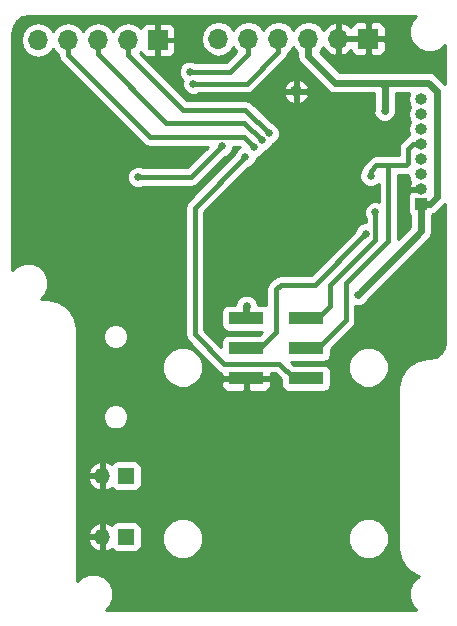
<source format=gbl>
G04 #@! TF.FileFunction,Copper,L2,Bot,Signal*
%FSLAX46Y46*%
G04 Gerber Fmt 4.6, Leading zero omitted, Abs format (unit mm)*
G04 Created by KiCad (PCBNEW 4.0.4-stable) date Wednesday, September 27, 2017 'PMt' 07:18:26 PM*
%MOMM*%
%LPD*%
G01*
G04 APERTURE LIST*
%ADD10C,0.100000*%
%ADD11R,3.000000X1.000000*%
%ADD12R,1.000000X1.000000*%
%ADD13O,1.000000X1.000000*%
%ADD14R,1.700000X1.700000*%
%ADD15O,1.700000X1.700000*%
%ADD16R,1.350000X1.350000*%
%ADD17O,1.350000X1.350000*%
%ADD18C,0.650000*%
%ADD19C,0.400000*%
%ADD20C,0.600000*%
%ADD21C,0.406400*%
%ADD22C,0.250000*%
G04 APERTURE END LIST*
D10*
D11*
X160480000Y-121960000D03*
X165520000Y-121960000D03*
X160480000Y-124500000D03*
X165520000Y-124500000D03*
X160480000Y-127040000D03*
X165520000Y-127040000D03*
D12*
X175300000Y-112290000D03*
D13*
X175300000Y-111020000D03*
X175300000Y-109750000D03*
X175300000Y-108480000D03*
X175300000Y-107210000D03*
X175300000Y-105940000D03*
X175300000Y-104670000D03*
X175300000Y-103400000D03*
X164700000Y-102745000D03*
D14*
X153000000Y-98400000D03*
D15*
X150460000Y-98400000D03*
X147920000Y-98400000D03*
X145380000Y-98400000D03*
X142840000Y-98400000D03*
D14*
X170800000Y-98300000D03*
D15*
X168260000Y-98300000D03*
X165720000Y-98300000D03*
X163180000Y-98300000D03*
X160640000Y-98300000D03*
X158100000Y-98300000D03*
D16*
X150300000Y-135300000D03*
D17*
X148300000Y-135300000D03*
D16*
X150300000Y-140462000D03*
D17*
X148300000Y-140462000D03*
D18*
X169700000Y-105100000D03*
X167600000Y-106300000D03*
X150300000Y-120700000D03*
X154000000Y-117500000D03*
X148400000Y-118100000D03*
X147100000Y-110000000D03*
X160500000Y-117200000D03*
X146200000Y-113500000D03*
X160400000Y-108300000D03*
X172200000Y-104400000D03*
X160500000Y-120900000D03*
X169900000Y-120000000D03*
X151300000Y-110000000D03*
X158400000Y-107400000D03*
X161145875Y-107445088D03*
X161798958Y-106901042D03*
X162400000Y-106300000D03*
X171000000Y-109900000D03*
X170600000Y-114800000D03*
X171385084Y-112985084D03*
X155700000Y-101100000D03*
X156000000Y-102100000D03*
D19*
X165520000Y-127040000D02*
X164520000Y-127040000D01*
X164520000Y-127040000D02*
X163280000Y-125800000D01*
X163280000Y-125800000D02*
X158600000Y-125800000D01*
X158600000Y-125800000D02*
X156100000Y-123300000D01*
X156100000Y-123300000D02*
X156100000Y-112600000D01*
X156100000Y-112600000D02*
X160400000Y-108300000D01*
D20*
X175300000Y-112290000D02*
X176010000Y-112290000D01*
X176600000Y-102700000D02*
X175900000Y-102000000D01*
X176010000Y-112290000D02*
X176600000Y-111700000D01*
X176600000Y-111700000D02*
X176600000Y-102700000D01*
X175900000Y-102000000D02*
X171900000Y-102000000D01*
X169900000Y-120000000D02*
X175300000Y-114600000D01*
X175300000Y-114600000D02*
X175300000Y-112290000D01*
X165735000Y-98400000D02*
X165735000Y-99735000D01*
X165735000Y-99735000D02*
X168000000Y-102000000D01*
X168000000Y-102000000D02*
X171900000Y-102000000D01*
X171900000Y-102000000D02*
X172200000Y-102300000D01*
X172200000Y-102300000D02*
X172200000Y-104400000D01*
X160480000Y-121960000D02*
X160480000Y-120920000D01*
X160480000Y-120920000D02*
X160500000Y-120900000D01*
D19*
X158400000Y-107400000D02*
X155800000Y-110000000D01*
X155800000Y-110000000D02*
X151300000Y-110000000D01*
X145380000Y-98400000D02*
X145380000Y-99680000D01*
X145380000Y-99680000D02*
X152300000Y-106600000D01*
X152300000Y-106600000D02*
X160300787Y-106600000D01*
X160300787Y-106600000D02*
X161145875Y-107445088D01*
X147920000Y-98400000D02*
X147920000Y-99620000D01*
X147920000Y-99620000D02*
X153700000Y-105400000D01*
X153700000Y-105400000D02*
X160297916Y-105400000D01*
X160297916Y-105400000D02*
X161798958Y-106901042D01*
X150460000Y-98400000D02*
X150460000Y-99660000D01*
X150460000Y-99660000D02*
X155100000Y-104300000D01*
X155100000Y-104300000D02*
X160400000Y-104300000D01*
X160400000Y-104300000D02*
X162400000Y-106300000D01*
D21*
X175387000Y-109855000D02*
X175133000Y-109855000D01*
D19*
X165520000Y-124500000D02*
X166520000Y-124500000D01*
X172500000Y-115400000D02*
X172500000Y-109000000D01*
X166520000Y-124500000D02*
X168900000Y-122120000D01*
X168900000Y-122120000D02*
X168900000Y-119000000D01*
X168900000Y-119000000D02*
X172500000Y-115400000D01*
X171000000Y-109500000D02*
X171000000Y-109900000D01*
X171000000Y-109500000D02*
X171500000Y-109000000D01*
X171500000Y-109000000D02*
X172500000Y-109000000D01*
X174000000Y-109000000D02*
X172500000Y-109000000D01*
X174200000Y-108800000D02*
X174000000Y-109000000D01*
X174200000Y-107602894D02*
X174200000Y-108800000D01*
X175300000Y-107210000D02*
X174592894Y-107210000D01*
X174592894Y-107210000D02*
X174200000Y-107602894D01*
X170197798Y-115202202D02*
X170600000Y-114800000D01*
X163000000Y-119500000D02*
X163000000Y-123100000D01*
X170197798Y-115202202D02*
X166300000Y-119100000D01*
X163000000Y-123100000D02*
X161600000Y-124500000D01*
X161600000Y-124500000D02*
X160480000Y-124500000D01*
X166300000Y-119100000D02*
X163400000Y-119100000D01*
X163400000Y-119100000D02*
X163000000Y-119500000D01*
X171385084Y-112985084D02*
X171400000Y-113000000D01*
X171400000Y-113000000D02*
X171400000Y-115300000D01*
X171400000Y-115300000D02*
X167600000Y-119100000D01*
X167600000Y-119100000D02*
X167600000Y-120880000D01*
X167600000Y-120880000D02*
X166520000Y-121960000D01*
X166520000Y-121960000D02*
X165520000Y-121960000D01*
X160640000Y-98300000D02*
X160600000Y-98340000D01*
X160600000Y-98340000D02*
X160600000Y-99600000D01*
X160600000Y-99600000D02*
X159100000Y-101100000D01*
X159100000Y-101100000D02*
X155700000Y-101100000D01*
X163180000Y-98300000D02*
X163180000Y-99420000D01*
X163180000Y-99420000D02*
X160500000Y-102100000D01*
X160500000Y-102100000D02*
X159495000Y-102100000D01*
X159495000Y-102100000D02*
X156000000Y-102100000D01*
D22*
G36*
X174538469Y-96721590D02*
X174275300Y-97355371D01*
X174274701Y-98041618D01*
X174536763Y-98675858D01*
X175021590Y-99161531D01*
X175655371Y-99424700D01*
X176341618Y-99425299D01*
X176975858Y-99163237D01*
X177325000Y-98814703D01*
X177325000Y-102152074D01*
X177254074Y-102045926D01*
X177254071Y-102045924D01*
X176554074Y-101345926D01*
X176253983Y-101145411D01*
X175900000Y-101075000D01*
X168383148Y-101075000D01*
X166713255Y-99405107D01*
X166762983Y-99371880D01*
X166999085Y-99018527D01*
X167072185Y-99174497D01*
X167497258Y-99562487D01*
X167906628Y-99732045D01*
X168135000Y-99612812D01*
X168135000Y-98425000D01*
X168385000Y-98425000D01*
X168385000Y-99612812D01*
X168613372Y-99732045D01*
X169022742Y-99562487D01*
X169328690Y-99283229D01*
X169420150Y-99504034D01*
X169595966Y-99679849D01*
X169825680Y-99775000D01*
X170518750Y-99775000D01*
X170675000Y-99618750D01*
X170675000Y-98425000D01*
X170925000Y-98425000D01*
X170925000Y-99618750D01*
X171081250Y-99775000D01*
X171774320Y-99775000D01*
X172004034Y-99679849D01*
X172179850Y-99504034D01*
X172275000Y-99274320D01*
X172275000Y-98581250D01*
X172118750Y-98425000D01*
X170925000Y-98425000D01*
X170675000Y-98425000D01*
X168385000Y-98425000D01*
X168135000Y-98425000D01*
X168115000Y-98425000D01*
X168115000Y-98175000D01*
X168135000Y-98175000D01*
X168135000Y-96987188D01*
X168385000Y-96987188D01*
X168385000Y-98175000D01*
X170675000Y-98175000D01*
X170675000Y-96981250D01*
X170925000Y-96981250D01*
X170925000Y-98175000D01*
X172118750Y-98175000D01*
X172275000Y-98018750D01*
X172275000Y-97325680D01*
X172179850Y-97095966D01*
X172004034Y-96920151D01*
X171774320Y-96825000D01*
X171081250Y-96825000D01*
X170925000Y-96981250D01*
X170675000Y-96981250D01*
X170518750Y-96825000D01*
X169825680Y-96825000D01*
X169595966Y-96920151D01*
X169420150Y-97095966D01*
X169328690Y-97316771D01*
X169022742Y-97037513D01*
X168613372Y-96867955D01*
X168385000Y-96987188D01*
X168135000Y-96987188D01*
X167906628Y-96867955D01*
X167497258Y-97037513D01*
X167072185Y-97425503D01*
X166999085Y-97581473D01*
X166762983Y-97228120D01*
X166284458Y-96908381D01*
X165720000Y-96796103D01*
X165155542Y-96908381D01*
X164677017Y-97228120D01*
X164450000Y-97567876D01*
X164222983Y-97228120D01*
X163744458Y-96908381D01*
X163180000Y-96796103D01*
X162615542Y-96908381D01*
X162137017Y-97228120D01*
X161910000Y-97567876D01*
X161682983Y-97228120D01*
X161204458Y-96908381D01*
X160640000Y-96796103D01*
X160075542Y-96908381D01*
X159597017Y-97228120D01*
X159370000Y-97567876D01*
X159142983Y-97228120D01*
X158664458Y-96908381D01*
X158100000Y-96796103D01*
X157535542Y-96908381D01*
X157057017Y-97228120D01*
X156737278Y-97706645D01*
X156625000Y-98271103D01*
X156625000Y-98328897D01*
X156737278Y-98893355D01*
X157057017Y-99371880D01*
X157535542Y-99691619D01*
X158100000Y-99803897D01*
X158664458Y-99691619D01*
X159142983Y-99371880D01*
X159370000Y-99032124D01*
X159597017Y-99371880D01*
X159635608Y-99397666D01*
X158758274Y-100275000D01*
X156190433Y-100275000D01*
X155889796Y-100150165D01*
X155511862Y-100149835D01*
X155162571Y-100294159D01*
X154895098Y-100561165D01*
X154750165Y-100910204D01*
X154749835Y-101288138D01*
X154894159Y-101637429D01*
X155084328Y-101827930D01*
X155050165Y-101910204D01*
X155049835Y-102288138D01*
X155194159Y-102637429D01*
X155461165Y-102904902D01*
X155810204Y-103049835D01*
X156188138Y-103050165D01*
X156204607Y-103043360D01*
X163615285Y-103043360D01*
X163722008Y-103301045D01*
X164009242Y-103632980D01*
X164401638Y-103829728D01*
X164575000Y-103706797D01*
X164575000Y-102870000D01*
X164825000Y-102870000D01*
X164825000Y-103706797D01*
X164998362Y-103829728D01*
X165390758Y-103632980D01*
X165677992Y-103301045D01*
X165784715Y-103043360D01*
X165660652Y-102870000D01*
X164825000Y-102870000D01*
X164575000Y-102870000D01*
X163739348Y-102870000D01*
X163615285Y-103043360D01*
X156204607Y-103043360D01*
X156491061Y-102925000D01*
X160500000Y-102925000D01*
X160815714Y-102862201D01*
X161083363Y-102683363D01*
X161320086Y-102446640D01*
X163615285Y-102446640D01*
X163739348Y-102620000D01*
X164575000Y-102620000D01*
X164575000Y-101783203D01*
X164825000Y-101783203D01*
X164825000Y-102620000D01*
X165660652Y-102620000D01*
X165784715Y-102446640D01*
X165677992Y-102188955D01*
X165390758Y-101857020D01*
X164998362Y-101660272D01*
X164825000Y-101783203D01*
X164575000Y-101783203D01*
X164401638Y-101660272D01*
X164009242Y-101857020D01*
X163722008Y-102188955D01*
X163615285Y-102446640D01*
X161320086Y-102446640D01*
X163763363Y-100003363D01*
X163942201Y-99735714D01*
X163982626Y-99532481D01*
X164222983Y-99371880D01*
X164450000Y-99032124D01*
X164677017Y-99371880D01*
X164810000Y-99460736D01*
X164810000Y-99735000D01*
X164880411Y-100088983D01*
X165080926Y-100389074D01*
X167345926Y-102654074D01*
X167646018Y-102854589D01*
X168000000Y-102925001D01*
X168000005Y-102925000D01*
X171275000Y-102925000D01*
X171275000Y-104150394D01*
X171250165Y-104210204D01*
X171249835Y-104588138D01*
X171394159Y-104937429D01*
X171661165Y-105204902D01*
X172010204Y-105349835D01*
X172388138Y-105350165D01*
X172737429Y-105205841D01*
X173004902Y-104938835D01*
X173149835Y-104589796D01*
X173150165Y-104211862D01*
X173125000Y-104150958D01*
X173125000Y-102925000D01*
X174268317Y-102925000D01*
X174238596Y-102969481D01*
X174152960Y-103400000D01*
X174238596Y-103830519D01*
X174375226Y-104035000D01*
X174238596Y-104239481D01*
X174152960Y-104670000D01*
X174238596Y-105100519D01*
X174375226Y-105305000D01*
X174238596Y-105509481D01*
X174152960Y-105940000D01*
X174238596Y-106370519D01*
X174288702Y-106445507D01*
X174277180Y-106447799D01*
X174009531Y-106626637D01*
X173616637Y-107019531D01*
X173437799Y-107287180D01*
X173375000Y-107602894D01*
X173375000Y-108175000D01*
X171500000Y-108175000D01*
X171184286Y-108237799D01*
X170916637Y-108416637D01*
X170416637Y-108916637D01*
X170237799Y-109184286D01*
X170204478Y-109351801D01*
X170195098Y-109361165D01*
X170050165Y-109710204D01*
X170049835Y-110088138D01*
X170194159Y-110437429D01*
X170461165Y-110704902D01*
X170810204Y-110849835D01*
X171188138Y-110850165D01*
X171537429Y-110705841D01*
X171675000Y-110568510D01*
X171675000Y-112076822D01*
X171574880Y-112035249D01*
X171196946Y-112034919D01*
X170847655Y-112179243D01*
X170580182Y-112446249D01*
X170435249Y-112795288D01*
X170434919Y-113173222D01*
X170575000Y-113512244D01*
X170575000Y-113849977D01*
X170411862Y-113849835D01*
X170062571Y-113994159D01*
X169795098Y-114261165D01*
X169669405Y-114563869D01*
X165958274Y-118275000D01*
X163400000Y-118275000D01*
X163084286Y-118337799D01*
X162816637Y-118516637D01*
X162416637Y-118916637D01*
X162237799Y-119184286D01*
X162175000Y-119500000D01*
X162175000Y-120862245D01*
X161980000Y-120822756D01*
X161450068Y-120822756D01*
X161450165Y-120711862D01*
X161305841Y-120362571D01*
X161038835Y-120095098D01*
X160689796Y-119950165D01*
X160311862Y-119949835D01*
X159962571Y-120094159D01*
X159695098Y-120361165D01*
X159550165Y-120710204D01*
X159550067Y-120822756D01*
X158980000Y-120822756D01*
X158748389Y-120866337D01*
X158535668Y-121003219D01*
X158392962Y-121212076D01*
X158342756Y-121460000D01*
X158342756Y-122460000D01*
X158386337Y-122691611D01*
X158523219Y-122904332D01*
X158732076Y-123047038D01*
X158980000Y-123097244D01*
X161836030Y-123097244D01*
X161570518Y-123362756D01*
X158980000Y-123362756D01*
X158748389Y-123406337D01*
X158535668Y-123543219D01*
X158392962Y-123752076D01*
X158342756Y-124000000D01*
X158342756Y-124376030D01*
X156925000Y-122958274D01*
X156925000Y-112941726D01*
X160636575Y-109230151D01*
X160937429Y-109105841D01*
X161204902Y-108838835D01*
X161349835Y-108489796D01*
X161349923Y-108388679D01*
X161683304Y-108250929D01*
X161950777Y-107983923D01*
X162009777Y-107841836D01*
X162336387Y-107706883D01*
X162603860Y-107439877D01*
X162702206Y-107203033D01*
X162937429Y-107105841D01*
X163204902Y-106838835D01*
X163349835Y-106489796D01*
X163350165Y-106111862D01*
X163205841Y-105762571D01*
X162938835Y-105495098D01*
X162636131Y-105369405D01*
X160983363Y-103716637D01*
X160715714Y-103537799D01*
X160400000Y-103475000D01*
X155441726Y-103475000D01*
X151464392Y-99497666D01*
X151502983Y-99471880D01*
X151541521Y-99414204D01*
X151620150Y-99604034D01*
X151795966Y-99779849D01*
X152025680Y-99875000D01*
X152718750Y-99875000D01*
X152875000Y-99718750D01*
X152875000Y-98525000D01*
X153125000Y-98525000D01*
X153125000Y-99718750D01*
X153281250Y-99875000D01*
X153974320Y-99875000D01*
X154204034Y-99779849D01*
X154379850Y-99604034D01*
X154475000Y-99374320D01*
X154475000Y-98681250D01*
X154318750Y-98525000D01*
X153125000Y-98525000D01*
X152875000Y-98525000D01*
X152855000Y-98525000D01*
X152855000Y-98275000D01*
X152875000Y-98275000D01*
X152875000Y-97081250D01*
X153125000Y-97081250D01*
X153125000Y-98275000D01*
X154318750Y-98275000D01*
X154475000Y-98118750D01*
X154475000Y-97425680D01*
X154379850Y-97195966D01*
X154204034Y-97020151D01*
X153974320Y-96925000D01*
X153281250Y-96925000D01*
X153125000Y-97081250D01*
X152875000Y-97081250D01*
X152718750Y-96925000D01*
X152025680Y-96925000D01*
X151795966Y-97020151D01*
X151620150Y-97195966D01*
X151541521Y-97385796D01*
X151502983Y-97328120D01*
X151024458Y-97008381D01*
X150460000Y-96896103D01*
X149895542Y-97008381D01*
X149417017Y-97328120D01*
X149190000Y-97667876D01*
X148962983Y-97328120D01*
X148484458Y-97008381D01*
X147920000Y-96896103D01*
X147355542Y-97008381D01*
X146877017Y-97328120D01*
X146650000Y-97667876D01*
X146422983Y-97328120D01*
X145944458Y-97008381D01*
X145380000Y-96896103D01*
X144815542Y-97008381D01*
X144337017Y-97328120D01*
X144110000Y-97667876D01*
X143882983Y-97328120D01*
X143404458Y-97008381D01*
X142840000Y-96896103D01*
X142275542Y-97008381D01*
X141797017Y-97328120D01*
X141477278Y-97806645D01*
X141365000Y-98371103D01*
X141365000Y-98428897D01*
X141477278Y-98993355D01*
X141797017Y-99471880D01*
X142275542Y-99791619D01*
X142840000Y-99903897D01*
X143404458Y-99791619D01*
X143882983Y-99471880D01*
X144110000Y-99132124D01*
X144337017Y-99471880D01*
X144555000Y-99617531D01*
X144555000Y-99680000D01*
X144617799Y-99995714D01*
X144796637Y-100263363D01*
X151716637Y-107183363D01*
X151984286Y-107362201D01*
X152300000Y-107425000D01*
X157208274Y-107425000D01*
X155458274Y-109175000D01*
X151790433Y-109175000D01*
X151489796Y-109050165D01*
X151111862Y-109049835D01*
X150762571Y-109194159D01*
X150495098Y-109461165D01*
X150350165Y-109810204D01*
X150349835Y-110188138D01*
X150494159Y-110537429D01*
X150761165Y-110804902D01*
X151110204Y-110949835D01*
X151488138Y-110950165D01*
X151791061Y-110825000D01*
X155800000Y-110825000D01*
X156115714Y-110762201D01*
X156383363Y-110583363D01*
X158636575Y-108330151D01*
X158937429Y-108205841D01*
X159204902Y-107938835D01*
X159349835Y-107589796D01*
X159349979Y-107425000D01*
X159959061Y-107425000D01*
X159979787Y-107445726D01*
X159862571Y-107494159D01*
X159595098Y-107761165D01*
X159469405Y-108063869D01*
X155516637Y-112016637D01*
X155337799Y-112284286D01*
X155275000Y-112600000D01*
X155275000Y-123300000D01*
X155337799Y-123615714D01*
X155516637Y-123883363D01*
X158016637Y-126383363D01*
X158284286Y-126562201D01*
X158355000Y-126576267D01*
X158355000Y-126758750D01*
X158511250Y-126915000D01*
X160355000Y-126915000D01*
X160355000Y-126895000D01*
X160605000Y-126895000D01*
X160605000Y-126915000D01*
X162448750Y-126915000D01*
X162605000Y-126758750D01*
X162605000Y-126625000D01*
X162938274Y-126625000D01*
X163382756Y-127069482D01*
X163382756Y-127540000D01*
X163426337Y-127771611D01*
X163563219Y-127984332D01*
X163772076Y-128127038D01*
X164020000Y-128177244D01*
X167020000Y-128177244D01*
X167251611Y-128133663D01*
X167464332Y-127996781D01*
X167607038Y-127787924D01*
X167657244Y-127540000D01*
X167657244Y-126540000D01*
X167638732Y-126441618D01*
X169074701Y-126441618D01*
X169336763Y-127075858D01*
X169821590Y-127561531D01*
X170455371Y-127824700D01*
X171141618Y-127825299D01*
X171775858Y-127563237D01*
X172261531Y-127078410D01*
X172524700Y-126444629D01*
X172525299Y-125758382D01*
X172263237Y-125124142D01*
X171778410Y-124638469D01*
X171144629Y-124375300D01*
X170458382Y-124374701D01*
X169824142Y-124636763D01*
X169338469Y-125121590D01*
X169075300Y-125755371D01*
X169074701Y-126441618D01*
X167638732Y-126441618D01*
X167613663Y-126308389D01*
X167476781Y-126095668D01*
X167267924Y-125952962D01*
X167020000Y-125902756D01*
X164549482Y-125902756D01*
X164283970Y-125637244D01*
X167020000Y-125637244D01*
X167251611Y-125593663D01*
X167464332Y-125456781D01*
X167607038Y-125247924D01*
X167657244Y-125000000D01*
X167657244Y-124529482D01*
X169483363Y-122703363D01*
X169662201Y-122435714D01*
X169725000Y-122120000D01*
X169725000Y-120949848D01*
X170088138Y-120950165D01*
X170437429Y-120805841D01*
X170704902Y-120538835D01*
X170730173Y-120477975D01*
X175954074Y-115254074D01*
X176154589Y-114953983D01*
X176225000Y-114600000D01*
X176225000Y-113259221D01*
X176244332Y-113246781D01*
X176306320Y-113156059D01*
X176363983Y-113144589D01*
X176664074Y-112944074D01*
X177254074Y-112354074D01*
X177325000Y-112247926D01*
X177325000Y-123933519D01*
X177211923Y-124501996D01*
X176927567Y-124927565D01*
X176501996Y-125211923D01*
X175868314Y-125337970D01*
X175102947Y-125490211D01*
X174859623Y-125590999D01*
X174210776Y-126024544D01*
X174164070Y-126071250D01*
X174024544Y-126210775D01*
X174024542Y-126210780D01*
X173590999Y-126859624D01*
X173490211Y-127102947D01*
X173337970Y-127868314D01*
X173337970Y-127934795D01*
X173325000Y-128000000D01*
X173325000Y-141300000D01*
X173337970Y-141365205D01*
X173337970Y-141431686D01*
X173490211Y-142197052D01*
X173490211Y-142197053D01*
X173590999Y-142440376D01*
X174024542Y-143089220D01*
X174024544Y-143089225D01*
X174148699Y-143213379D01*
X174210775Y-143275455D01*
X174210777Y-143275456D01*
X174859622Y-143709000D01*
X174859623Y-143709001D01*
X175096194Y-143806992D01*
X175024142Y-143836763D01*
X174538469Y-144321590D01*
X174275300Y-144955371D01*
X174274701Y-145641618D01*
X174536763Y-146275858D01*
X174885297Y-146625000D01*
X148614336Y-146625000D01*
X148961531Y-146278410D01*
X149224700Y-145644629D01*
X149225299Y-144958382D01*
X148963237Y-144324142D01*
X148478410Y-143838469D01*
X147844629Y-143575300D01*
X147158382Y-143574701D01*
X146524142Y-143836763D01*
X146175000Y-144185297D01*
X146175000Y-140787885D01*
X147041498Y-140787885D01*
X147262007Y-141244686D01*
X147640540Y-141582330D01*
X147974117Y-141720491D01*
X148175000Y-141598899D01*
X148175000Y-140587000D01*
X147162263Y-140587000D01*
X147041498Y-140787885D01*
X146175000Y-140787885D01*
X146175000Y-140136115D01*
X147041498Y-140136115D01*
X147162263Y-140337000D01*
X148175000Y-140337000D01*
X148175000Y-139325101D01*
X148425000Y-139325101D01*
X148425000Y-140337000D01*
X148445000Y-140337000D01*
X148445000Y-140587000D01*
X148425000Y-140587000D01*
X148425000Y-141598899D01*
X148625883Y-141720491D01*
X148959460Y-141582330D01*
X149092500Y-141463661D01*
X149168219Y-141581332D01*
X149377076Y-141724038D01*
X149625000Y-141774244D01*
X150975000Y-141774244D01*
X151206611Y-141730663D01*
X151419332Y-141593781D01*
X151562038Y-141384924D01*
X151612244Y-141137000D01*
X151612244Y-140941618D01*
X153374701Y-140941618D01*
X153636763Y-141575858D01*
X154121590Y-142061531D01*
X154755371Y-142324700D01*
X155441618Y-142325299D01*
X156075858Y-142063237D01*
X156561531Y-141578410D01*
X156824700Y-140944629D01*
X156824702Y-140941618D01*
X169074701Y-140941618D01*
X169336763Y-141575858D01*
X169821590Y-142061531D01*
X170455371Y-142324700D01*
X171141618Y-142325299D01*
X171775858Y-142063237D01*
X172261531Y-141578410D01*
X172524700Y-140944629D01*
X172525299Y-140258382D01*
X172263237Y-139624142D01*
X171778410Y-139138469D01*
X171144629Y-138875300D01*
X170458382Y-138874701D01*
X169824142Y-139136763D01*
X169338469Y-139621590D01*
X169075300Y-140255371D01*
X169074701Y-140941618D01*
X156824702Y-140941618D01*
X156825299Y-140258382D01*
X156563237Y-139624142D01*
X156078410Y-139138469D01*
X155444629Y-138875300D01*
X154758382Y-138874701D01*
X154124142Y-139136763D01*
X153638469Y-139621590D01*
X153375300Y-140255371D01*
X153374701Y-140941618D01*
X151612244Y-140941618D01*
X151612244Y-139787000D01*
X151568663Y-139555389D01*
X151431781Y-139342668D01*
X151222924Y-139199962D01*
X150975000Y-139149756D01*
X149625000Y-139149756D01*
X149393389Y-139193337D01*
X149180668Y-139330219D01*
X149092041Y-139459929D01*
X148959460Y-139341670D01*
X148625883Y-139203509D01*
X148425000Y-139325101D01*
X148175000Y-139325101D01*
X147974117Y-139203509D01*
X147640540Y-139341670D01*
X147262007Y-139679314D01*
X147041498Y-140136115D01*
X146175000Y-140136115D01*
X146175000Y-135625885D01*
X147041498Y-135625885D01*
X147262007Y-136082686D01*
X147640540Y-136420330D01*
X147974117Y-136558491D01*
X148175000Y-136436899D01*
X148175000Y-135425000D01*
X147162263Y-135425000D01*
X147041498Y-135625885D01*
X146175000Y-135625885D01*
X146175000Y-134974115D01*
X147041498Y-134974115D01*
X147162263Y-135175000D01*
X148175000Y-135175000D01*
X148175000Y-134163101D01*
X148425000Y-134163101D01*
X148425000Y-135175000D01*
X148445000Y-135175000D01*
X148445000Y-135425000D01*
X148425000Y-135425000D01*
X148425000Y-136436899D01*
X148625883Y-136558491D01*
X148959460Y-136420330D01*
X149092500Y-136301661D01*
X149168219Y-136419332D01*
X149377076Y-136562038D01*
X149625000Y-136612244D01*
X150975000Y-136612244D01*
X151206611Y-136568663D01*
X151419332Y-136431781D01*
X151562038Y-136222924D01*
X151612244Y-135975000D01*
X151612244Y-134625000D01*
X151568663Y-134393389D01*
X151431781Y-134180668D01*
X151222924Y-134037962D01*
X150975000Y-133987756D01*
X149625000Y-133987756D01*
X149393389Y-134031337D01*
X149180668Y-134168219D01*
X149092041Y-134297929D01*
X148959460Y-134179670D01*
X148625883Y-134041509D01*
X148425000Y-134163101D01*
X148175000Y-134163101D01*
X147974117Y-134041509D01*
X147640540Y-134179670D01*
X147262007Y-134517314D01*
X147041498Y-134974115D01*
X146175000Y-134974115D01*
X146175000Y-130512893D01*
X148324814Y-130512893D01*
X148488128Y-130908143D01*
X148790267Y-131210809D01*
X149185231Y-131374813D01*
X149612893Y-131375186D01*
X150008143Y-131211872D01*
X150310809Y-130909733D01*
X150474813Y-130514769D01*
X150475186Y-130087107D01*
X150311872Y-129691857D01*
X150009733Y-129389191D01*
X149614769Y-129225187D01*
X149187107Y-129224814D01*
X148791857Y-129388128D01*
X148489191Y-129690267D01*
X148325187Y-130085231D01*
X148324814Y-130512893D01*
X146175000Y-130512893D01*
X146175000Y-126441618D01*
X153374701Y-126441618D01*
X153636763Y-127075858D01*
X154121590Y-127561531D01*
X154755371Y-127824700D01*
X155441618Y-127825299D01*
X156075858Y-127563237D01*
X156318267Y-127321250D01*
X158355000Y-127321250D01*
X158355000Y-127664320D01*
X158450151Y-127894034D01*
X158625966Y-128069850D01*
X158855680Y-128165000D01*
X160198750Y-128165000D01*
X160355000Y-128008750D01*
X160355000Y-127165000D01*
X160605000Y-127165000D01*
X160605000Y-128008750D01*
X160761250Y-128165000D01*
X162104320Y-128165000D01*
X162334034Y-128069850D01*
X162509849Y-127894034D01*
X162605000Y-127664320D01*
X162605000Y-127321250D01*
X162448750Y-127165000D01*
X160605000Y-127165000D01*
X160355000Y-127165000D01*
X158511250Y-127165000D01*
X158355000Y-127321250D01*
X156318267Y-127321250D01*
X156561531Y-127078410D01*
X156824700Y-126444629D01*
X156825299Y-125758382D01*
X156563237Y-125124142D01*
X156078410Y-124638469D01*
X155444629Y-124375300D01*
X154758382Y-124374701D01*
X154124142Y-124636763D01*
X153638469Y-125121590D01*
X153375300Y-125755371D01*
X153374701Y-126441618D01*
X146175000Y-126441618D01*
X146175000Y-123712893D01*
X148324814Y-123712893D01*
X148488128Y-124108143D01*
X148790267Y-124410809D01*
X149185231Y-124574813D01*
X149612893Y-124575186D01*
X150008143Y-124411872D01*
X150310809Y-124109733D01*
X150474813Y-123714769D01*
X150475186Y-123287107D01*
X150311872Y-122891857D01*
X150009733Y-122589191D01*
X149614769Y-122425187D01*
X149187107Y-122424814D01*
X148791857Y-122588128D01*
X148489191Y-122890267D01*
X148325187Y-123285231D01*
X148324814Y-123712893D01*
X146175000Y-123712893D01*
X146175000Y-123000000D01*
X146162030Y-122934795D01*
X146162030Y-122868314D01*
X146009789Y-122102947D01*
X145909001Y-121859623D01*
X145475456Y-121210777D01*
X145475455Y-121210775D01*
X145396366Y-121131686D01*
X145289225Y-121024544D01*
X145289220Y-121024542D01*
X144640376Y-120590999D01*
X144397053Y-120490211D01*
X143631686Y-120337970D01*
X143565205Y-120337970D01*
X143500000Y-120325000D01*
X143114336Y-120325000D01*
X143461531Y-119978410D01*
X143724700Y-119344629D01*
X143725299Y-118658382D01*
X143463237Y-118024142D01*
X142978410Y-117538469D01*
X142344629Y-117275300D01*
X141658382Y-117274701D01*
X141024142Y-117536763D01*
X140675000Y-117885297D01*
X140675000Y-97766481D01*
X140788077Y-97198004D01*
X141072435Y-96772433D01*
X141498004Y-96488077D01*
X142066481Y-96375000D01*
X174885664Y-96375000D01*
X174538469Y-96721590D01*
X174538469Y-96721590D01*
G37*
X174538469Y-96721590D02*
X174275300Y-97355371D01*
X174274701Y-98041618D01*
X174536763Y-98675858D01*
X175021590Y-99161531D01*
X175655371Y-99424700D01*
X176341618Y-99425299D01*
X176975858Y-99163237D01*
X177325000Y-98814703D01*
X177325000Y-102152074D01*
X177254074Y-102045926D01*
X177254071Y-102045924D01*
X176554074Y-101345926D01*
X176253983Y-101145411D01*
X175900000Y-101075000D01*
X168383148Y-101075000D01*
X166713255Y-99405107D01*
X166762983Y-99371880D01*
X166999085Y-99018527D01*
X167072185Y-99174497D01*
X167497258Y-99562487D01*
X167906628Y-99732045D01*
X168135000Y-99612812D01*
X168135000Y-98425000D01*
X168385000Y-98425000D01*
X168385000Y-99612812D01*
X168613372Y-99732045D01*
X169022742Y-99562487D01*
X169328690Y-99283229D01*
X169420150Y-99504034D01*
X169595966Y-99679849D01*
X169825680Y-99775000D01*
X170518750Y-99775000D01*
X170675000Y-99618750D01*
X170675000Y-98425000D01*
X170925000Y-98425000D01*
X170925000Y-99618750D01*
X171081250Y-99775000D01*
X171774320Y-99775000D01*
X172004034Y-99679849D01*
X172179850Y-99504034D01*
X172275000Y-99274320D01*
X172275000Y-98581250D01*
X172118750Y-98425000D01*
X170925000Y-98425000D01*
X170675000Y-98425000D01*
X168385000Y-98425000D01*
X168135000Y-98425000D01*
X168115000Y-98425000D01*
X168115000Y-98175000D01*
X168135000Y-98175000D01*
X168135000Y-96987188D01*
X168385000Y-96987188D01*
X168385000Y-98175000D01*
X170675000Y-98175000D01*
X170675000Y-96981250D01*
X170925000Y-96981250D01*
X170925000Y-98175000D01*
X172118750Y-98175000D01*
X172275000Y-98018750D01*
X172275000Y-97325680D01*
X172179850Y-97095966D01*
X172004034Y-96920151D01*
X171774320Y-96825000D01*
X171081250Y-96825000D01*
X170925000Y-96981250D01*
X170675000Y-96981250D01*
X170518750Y-96825000D01*
X169825680Y-96825000D01*
X169595966Y-96920151D01*
X169420150Y-97095966D01*
X169328690Y-97316771D01*
X169022742Y-97037513D01*
X168613372Y-96867955D01*
X168385000Y-96987188D01*
X168135000Y-96987188D01*
X167906628Y-96867955D01*
X167497258Y-97037513D01*
X167072185Y-97425503D01*
X166999085Y-97581473D01*
X166762983Y-97228120D01*
X166284458Y-96908381D01*
X165720000Y-96796103D01*
X165155542Y-96908381D01*
X164677017Y-97228120D01*
X164450000Y-97567876D01*
X164222983Y-97228120D01*
X163744458Y-96908381D01*
X163180000Y-96796103D01*
X162615542Y-96908381D01*
X162137017Y-97228120D01*
X161910000Y-97567876D01*
X161682983Y-97228120D01*
X161204458Y-96908381D01*
X160640000Y-96796103D01*
X160075542Y-96908381D01*
X159597017Y-97228120D01*
X159370000Y-97567876D01*
X159142983Y-97228120D01*
X158664458Y-96908381D01*
X158100000Y-96796103D01*
X157535542Y-96908381D01*
X157057017Y-97228120D01*
X156737278Y-97706645D01*
X156625000Y-98271103D01*
X156625000Y-98328897D01*
X156737278Y-98893355D01*
X157057017Y-99371880D01*
X157535542Y-99691619D01*
X158100000Y-99803897D01*
X158664458Y-99691619D01*
X159142983Y-99371880D01*
X159370000Y-99032124D01*
X159597017Y-99371880D01*
X159635608Y-99397666D01*
X158758274Y-100275000D01*
X156190433Y-100275000D01*
X155889796Y-100150165D01*
X155511862Y-100149835D01*
X155162571Y-100294159D01*
X154895098Y-100561165D01*
X154750165Y-100910204D01*
X154749835Y-101288138D01*
X154894159Y-101637429D01*
X155084328Y-101827930D01*
X155050165Y-101910204D01*
X155049835Y-102288138D01*
X155194159Y-102637429D01*
X155461165Y-102904902D01*
X155810204Y-103049835D01*
X156188138Y-103050165D01*
X156204607Y-103043360D01*
X163615285Y-103043360D01*
X163722008Y-103301045D01*
X164009242Y-103632980D01*
X164401638Y-103829728D01*
X164575000Y-103706797D01*
X164575000Y-102870000D01*
X164825000Y-102870000D01*
X164825000Y-103706797D01*
X164998362Y-103829728D01*
X165390758Y-103632980D01*
X165677992Y-103301045D01*
X165784715Y-103043360D01*
X165660652Y-102870000D01*
X164825000Y-102870000D01*
X164575000Y-102870000D01*
X163739348Y-102870000D01*
X163615285Y-103043360D01*
X156204607Y-103043360D01*
X156491061Y-102925000D01*
X160500000Y-102925000D01*
X160815714Y-102862201D01*
X161083363Y-102683363D01*
X161320086Y-102446640D01*
X163615285Y-102446640D01*
X163739348Y-102620000D01*
X164575000Y-102620000D01*
X164575000Y-101783203D01*
X164825000Y-101783203D01*
X164825000Y-102620000D01*
X165660652Y-102620000D01*
X165784715Y-102446640D01*
X165677992Y-102188955D01*
X165390758Y-101857020D01*
X164998362Y-101660272D01*
X164825000Y-101783203D01*
X164575000Y-101783203D01*
X164401638Y-101660272D01*
X164009242Y-101857020D01*
X163722008Y-102188955D01*
X163615285Y-102446640D01*
X161320086Y-102446640D01*
X163763363Y-100003363D01*
X163942201Y-99735714D01*
X163982626Y-99532481D01*
X164222983Y-99371880D01*
X164450000Y-99032124D01*
X164677017Y-99371880D01*
X164810000Y-99460736D01*
X164810000Y-99735000D01*
X164880411Y-100088983D01*
X165080926Y-100389074D01*
X167345926Y-102654074D01*
X167646018Y-102854589D01*
X168000000Y-102925001D01*
X168000005Y-102925000D01*
X171275000Y-102925000D01*
X171275000Y-104150394D01*
X171250165Y-104210204D01*
X171249835Y-104588138D01*
X171394159Y-104937429D01*
X171661165Y-105204902D01*
X172010204Y-105349835D01*
X172388138Y-105350165D01*
X172737429Y-105205841D01*
X173004902Y-104938835D01*
X173149835Y-104589796D01*
X173150165Y-104211862D01*
X173125000Y-104150958D01*
X173125000Y-102925000D01*
X174268317Y-102925000D01*
X174238596Y-102969481D01*
X174152960Y-103400000D01*
X174238596Y-103830519D01*
X174375226Y-104035000D01*
X174238596Y-104239481D01*
X174152960Y-104670000D01*
X174238596Y-105100519D01*
X174375226Y-105305000D01*
X174238596Y-105509481D01*
X174152960Y-105940000D01*
X174238596Y-106370519D01*
X174288702Y-106445507D01*
X174277180Y-106447799D01*
X174009531Y-106626637D01*
X173616637Y-107019531D01*
X173437799Y-107287180D01*
X173375000Y-107602894D01*
X173375000Y-108175000D01*
X171500000Y-108175000D01*
X171184286Y-108237799D01*
X170916637Y-108416637D01*
X170416637Y-108916637D01*
X170237799Y-109184286D01*
X170204478Y-109351801D01*
X170195098Y-109361165D01*
X170050165Y-109710204D01*
X170049835Y-110088138D01*
X170194159Y-110437429D01*
X170461165Y-110704902D01*
X170810204Y-110849835D01*
X171188138Y-110850165D01*
X171537429Y-110705841D01*
X171675000Y-110568510D01*
X171675000Y-112076822D01*
X171574880Y-112035249D01*
X171196946Y-112034919D01*
X170847655Y-112179243D01*
X170580182Y-112446249D01*
X170435249Y-112795288D01*
X170434919Y-113173222D01*
X170575000Y-113512244D01*
X170575000Y-113849977D01*
X170411862Y-113849835D01*
X170062571Y-113994159D01*
X169795098Y-114261165D01*
X169669405Y-114563869D01*
X165958274Y-118275000D01*
X163400000Y-118275000D01*
X163084286Y-118337799D01*
X162816637Y-118516637D01*
X162416637Y-118916637D01*
X162237799Y-119184286D01*
X162175000Y-119500000D01*
X162175000Y-120862245D01*
X161980000Y-120822756D01*
X161450068Y-120822756D01*
X161450165Y-120711862D01*
X161305841Y-120362571D01*
X161038835Y-120095098D01*
X160689796Y-119950165D01*
X160311862Y-119949835D01*
X159962571Y-120094159D01*
X159695098Y-120361165D01*
X159550165Y-120710204D01*
X159550067Y-120822756D01*
X158980000Y-120822756D01*
X158748389Y-120866337D01*
X158535668Y-121003219D01*
X158392962Y-121212076D01*
X158342756Y-121460000D01*
X158342756Y-122460000D01*
X158386337Y-122691611D01*
X158523219Y-122904332D01*
X158732076Y-123047038D01*
X158980000Y-123097244D01*
X161836030Y-123097244D01*
X161570518Y-123362756D01*
X158980000Y-123362756D01*
X158748389Y-123406337D01*
X158535668Y-123543219D01*
X158392962Y-123752076D01*
X158342756Y-124000000D01*
X158342756Y-124376030D01*
X156925000Y-122958274D01*
X156925000Y-112941726D01*
X160636575Y-109230151D01*
X160937429Y-109105841D01*
X161204902Y-108838835D01*
X161349835Y-108489796D01*
X161349923Y-108388679D01*
X161683304Y-108250929D01*
X161950777Y-107983923D01*
X162009777Y-107841836D01*
X162336387Y-107706883D01*
X162603860Y-107439877D01*
X162702206Y-107203033D01*
X162937429Y-107105841D01*
X163204902Y-106838835D01*
X163349835Y-106489796D01*
X163350165Y-106111862D01*
X163205841Y-105762571D01*
X162938835Y-105495098D01*
X162636131Y-105369405D01*
X160983363Y-103716637D01*
X160715714Y-103537799D01*
X160400000Y-103475000D01*
X155441726Y-103475000D01*
X151464392Y-99497666D01*
X151502983Y-99471880D01*
X151541521Y-99414204D01*
X151620150Y-99604034D01*
X151795966Y-99779849D01*
X152025680Y-99875000D01*
X152718750Y-99875000D01*
X152875000Y-99718750D01*
X152875000Y-98525000D01*
X153125000Y-98525000D01*
X153125000Y-99718750D01*
X153281250Y-99875000D01*
X153974320Y-99875000D01*
X154204034Y-99779849D01*
X154379850Y-99604034D01*
X154475000Y-99374320D01*
X154475000Y-98681250D01*
X154318750Y-98525000D01*
X153125000Y-98525000D01*
X152875000Y-98525000D01*
X152855000Y-98525000D01*
X152855000Y-98275000D01*
X152875000Y-98275000D01*
X152875000Y-97081250D01*
X153125000Y-97081250D01*
X153125000Y-98275000D01*
X154318750Y-98275000D01*
X154475000Y-98118750D01*
X154475000Y-97425680D01*
X154379850Y-97195966D01*
X154204034Y-97020151D01*
X153974320Y-96925000D01*
X153281250Y-96925000D01*
X153125000Y-97081250D01*
X152875000Y-97081250D01*
X152718750Y-96925000D01*
X152025680Y-96925000D01*
X151795966Y-97020151D01*
X151620150Y-97195966D01*
X151541521Y-97385796D01*
X151502983Y-97328120D01*
X151024458Y-97008381D01*
X150460000Y-96896103D01*
X149895542Y-97008381D01*
X149417017Y-97328120D01*
X149190000Y-97667876D01*
X148962983Y-97328120D01*
X148484458Y-97008381D01*
X147920000Y-96896103D01*
X147355542Y-97008381D01*
X146877017Y-97328120D01*
X146650000Y-97667876D01*
X146422983Y-97328120D01*
X145944458Y-97008381D01*
X145380000Y-96896103D01*
X144815542Y-97008381D01*
X144337017Y-97328120D01*
X144110000Y-97667876D01*
X143882983Y-97328120D01*
X143404458Y-97008381D01*
X142840000Y-96896103D01*
X142275542Y-97008381D01*
X141797017Y-97328120D01*
X141477278Y-97806645D01*
X141365000Y-98371103D01*
X141365000Y-98428897D01*
X141477278Y-98993355D01*
X141797017Y-99471880D01*
X142275542Y-99791619D01*
X142840000Y-99903897D01*
X143404458Y-99791619D01*
X143882983Y-99471880D01*
X144110000Y-99132124D01*
X144337017Y-99471880D01*
X144555000Y-99617531D01*
X144555000Y-99680000D01*
X144617799Y-99995714D01*
X144796637Y-100263363D01*
X151716637Y-107183363D01*
X151984286Y-107362201D01*
X152300000Y-107425000D01*
X157208274Y-107425000D01*
X155458274Y-109175000D01*
X151790433Y-109175000D01*
X151489796Y-109050165D01*
X151111862Y-109049835D01*
X150762571Y-109194159D01*
X150495098Y-109461165D01*
X150350165Y-109810204D01*
X150349835Y-110188138D01*
X150494159Y-110537429D01*
X150761165Y-110804902D01*
X151110204Y-110949835D01*
X151488138Y-110950165D01*
X151791061Y-110825000D01*
X155800000Y-110825000D01*
X156115714Y-110762201D01*
X156383363Y-110583363D01*
X158636575Y-108330151D01*
X158937429Y-108205841D01*
X159204902Y-107938835D01*
X159349835Y-107589796D01*
X159349979Y-107425000D01*
X159959061Y-107425000D01*
X159979787Y-107445726D01*
X159862571Y-107494159D01*
X159595098Y-107761165D01*
X159469405Y-108063869D01*
X155516637Y-112016637D01*
X155337799Y-112284286D01*
X155275000Y-112600000D01*
X155275000Y-123300000D01*
X155337799Y-123615714D01*
X155516637Y-123883363D01*
X158016637Y-126383363D01*
X158284286Y-126562201D01*
X158355000Y-126576267D01*
X158355000Y-126758750D01*
X158511250Y-126915000D01*
X160355000Y-126915000D01*
X160355000Y-126895000D01*
X160605000Y-126895000D01*
X160605000Y-126915000D01*
X162448750Y-126915000D01*
X162605000Y-126758750D01*
X162605000Y-126625000D01*
X162938274Y-126625000D01*
X163382756Y-127069482D01*
X163382756Y-127540000D01*
X163426337Y-127771611D01*
X163563219Y-127984332D01*
X163772076Y-128127038D01*
X164020000Y-128177244D01*
X167020000Y-128177244D01*
X167251611Y-128133663D01*
X167464332Y-127996781D01*
X167607038Y-127787924D01*
X167657244Y-127540000D01*
X167657244Y-126540000D01*
X167638732Y-126441618D01*
X169074701Y-126441618D01*
X169336763Y-127075858D01*
X169821590Y-127561531D01*
X170455371Y-127824700D01*
X171141618Y-127825299D01*
X171775858Y-127563237D01*
X172261531Y-127078410D01*
X172524700Y-126444629D01*
X172525299Y-125758382D01*
X172263237Y-125124142D01*
X171778410Y-124638469D01*
X171144629Y-124375300D01*
X170458382Y-124374701D01*
X169824142Y-124636763D01*
X169338469Y-125121590D01*
X169075300Y-125755371D01*
X169074701Y-126441618D01*
X167638732Y-126441618D01*
X167613663Y-126308389D01*
X167476781Y-126095668D01*
X167267924Y-125952962D01*
X167020000Y-125902756D01*
X164549482Y-125902756D01*
X164283970Y-125637244D01*
X167020000Y-125637244D01*
X167251611Y-125593663D01*
X167464332Y-125456781D01*
X167607038Y-125247924D01*
X167657244Y-125000000D01*
X167657244Y-124529482D01*
X169483363Y-122703363D01*
X169662201Y-122435714D01*
X169725000Y-122120000D01*
X169725000Y-120949848D01*
X170088138Y-120950165D01*
X170437429Y-120805841D01*
X170704902Y-120538835D01*
X170730173Y-120477975D01*
X175954074Y-115254074D01*
X176154589Y-114953983D01*
X176225000Y-114600000D01*
X176225000Y-113259221D01*
X176244332Y-113246781D01*
X176306320Y-113156059D01*
X176363983Y-113144589D01*
X176664074Y-112944074D01*
X177254074Y-112354074D01*
X177325000Y-112247926D01*
X177325000Y-123933519D01*
X177211923Y-124501996D01*
X176927567Y-124927565D01*
X176501996Y-125211923D01*
X175868314Y-125337970D01*
X175102947Y-125490211D01*
X174859623Y-125590999D01*
X174210776Y-126024544D01*
X174164070Y-126071250D01*
X174024544Y-126210775D01*
X174024542Y-126210780D01*
X173590999Y-126859624D01*
X173490211Y-127102947D01*
X173337970Y-127868314D01*
X173337970Y-127934795D01*
X173325000Y-128000000D01*
X173325000Y-141300000D01*
X173337970Y-141365205D01*
X173337970Y-141431686D01*
X173490211Y-142197052D01*
X173490211Y-142197053D01*
X173590999Y-142440376D01*
X174024542Y-143089220D01*
X174024544Y-143089225D01*
X174148699Y-143213379D01*
X174210775Y-143275455D01*
X174210777Y-143275456D01*
X174859622Y-143709000D01*
X174859623Y-143709001D01*
X175096194Y-143806992D01*
X175024142Y-143836763D01*
X174538469Y-144321590D01*
X174275300Y-144955371D01*
X174274701Y-145641618D01*
X174536763Y-146275858D01*
X174885297Y-146625000D01*
X148614336Y-146625000D01*
X148961531Y-146278410D01*
X149224700Y-145644629D01*
X149225299Y-144958382D01*
X148963237Y-144324142D01*
X148478410Y-143838469D01*
X147844629Y-143575300D01*
X147158382Y-143574701D01*
X146524142Y-143836763D01*
X146175000Y-144185297D01*
X146175000Y-140787885D01*
X147041498Y-140787885D01*
X147262007Y-141244686D01*
X147640540Y-141582330D01*
X147974117Y-141720491D01*
X148175000Y-141598899D01*
X148175000Y-140587000D01*
X147162263Y-140587000D01*
X147041498Y-140787885D01*
X146175000Y-140787885D01*
X146175000Y-140136115D01*
X147041498Y-140136115D01*
X147162263Y-140337000D01*
X148175000Y-140337000D01*
X148175000Y-139325101D01*
X148425000Y-139325101D01*
X148425000Y-140337000D01*
X148445000Y-140337000D01*
X148445000Y-140587000D01*
X148425000Y-140587000D01*
X148425000Y-141598899D01*
X148625883Y-141720491D01*
X148959460Y-141582330D01*
X149092500Y-141463661D01*
X149168219Y-141581332D01*
X149377076Y-141724038D01*
X149625000Y-141774244D01*
X150975000Y-141774244D01*
X151206611Y-141730663D01*
X151419332Y-141593781D01*
X151562038Y-141384924D01*
X151612244Y-141137000D01*
X151612244Y-140941618D01*
X153374701Y-140941618D01*
X153636763Y-141575858D01*
X154121590Y-142061531D01*
X154755371Y-142324700D01*
X155441618Y-142325299D01*
X156075858Y-142063237D01*
X156561531Y-141578410D01*
X156824700Y-140944629D01*
X156824702Y-140941618D01*
X169074701Y-140941618D01*
X169336763Y-141575858D01*
X169821590Y-142061531D01*
X170455371Y-142324700D01*
X171141618Y-142325299D01*
X171775858Y-142063237D01*
X172261531Y-141578410D01*
X172524700Y-140944629D01*
X172525299Y-140258382D01*
X172263237Y-139624142D01*
X171778410Y-139138469D01*
X171144629Y-138875300D01*
X170458382Y-138874701D01*
X169824142Y-139136763D01*
X169338469Y-139621590D01*
X169075300Y-140255371D01*
X169074701Y-140941618D01*
X156824702Y-140941618D01*
X156825299Y-140258382D01*
X156563237Y-139624142D01*
X156078410Y-139138469D01*
X155444629Y-138875300D01*
X154758382Y-138874701D01*
X154124142Y-139136763D01*
X153638469Y-139621590D01*
X153375300Y-140255371D01*
X153374701Y-140941618D01*
X151612244Y-140941618D01*
X151612244Y-139787000D01*
X151568663Y-139555389D01*
X151431781Y-139342668D01*
X151222924Y-139199962D01*
X150975000Y-139149756D01*
X149625000Y-139149756D01*
X149393389Y-139193337D01*
X149180668Y-139330219D01*
X149092041Y-139459929D01*
X148959460Y-139341670D01*
X148625883Y-139203509D01*
X148425000Y-139325101D01*
X148175000Y-139325101D01*
X147974117Y-139203509D01*
X147640540Y-139341670D01*
X147262007Y-139679314D01*
X147041498Y-140136115D01*
X146175000Y-140136115D01*
X146175000Y-135625885D01*
X147041498Y-135625885D01*
X147262007Y-136082686D01*
X147640540Y-136420330D01*
X147974117Y-136558491D01*
X148175000Y-136436899D01*
X148175000Y-135425000D01*
X147162263Y-135425000D01*
X147041498Y-135625885D01*
X146175000Y-135625885D01*
X146175000Y-134974115D01*
X147041498Y-134974115D01*
X147162263Y-135175000D01*
X148175000Y-135175000D01*
X148175000Y-134163101D01*
X148425000Y-134163101D01*
X148425000Y-135175000D01*
X148445000Y-135175000D01*
X148445000Y-135425000D01*
X148425000Y-135425000D01*
X148425000Y-136436899D01*
X148625883Y-136558491D01*
X148959460Y-136420330D01*
X149092500Y-136301661D01*
X149168219Y-136419332D01*
X149377076Y-136562038D01*
X149625000Y-136612244D01*
X150975000Y-136612244D01*
X151206611Y-136568663D01*
X151419332Y-136431781D01*
X151562038Y-136222924D01*
X151612244Y-135975000D01*
X151612244Y-134625000D01*
X151568663Y-134393389D01*
X151431781Y-134180668D01*
X151222924Y-134037962D01*
X150975000Y-133987756D01*
X149625000Y-133987756D01*
X149393389Y-134031337D01*
X149180668Y-134168219D01*
X149092041Y-134297929D01*
X148959460Y-134179670D01*
X148625883Y-134041509D01*
X148425000Y-134163101D01*
X148175000Y-134163101D01*
X147974117Y-134041509D01*
X147640540Y-134179670D01*
X147262007Y-134517314D01*
X147041498Y-134974115D01*
X146175000Y-134974115D01*
X146175000Y-130512893D01*
X148324814Y-130512893D01*
X148488128Y-130908143D01*
X148790267Y-131210809D01*
X149185231Y-131374813D01*
X149612893Y-131375186D01*
X150008143Y-131211872D01*
X150310809Y-130909733D01*
X150474813Y-130514769D01*
X150475186Y-130087107D01*
X150311872Y-129691857D01*
X150009733Y-129389191D01*
X149614769Y-129225187D01*
X149187107Y-129224814D01*
X148791857Y-129388128D01*
X148489191Y-129690267D01*
X148325187Y-130085231D01*
X148324814Y-130512893D01*
X146175000Y-130512893D01*
X146175000Y-126441618D01*
X153374701Y-126441618D01*
X153636763Y-127075858D01*
X154121590Y-127561531D01*
X154755371Y-127824700D01*
X155441618Y-127825299D01*
X156075858Y-127563237D01*
X156318267Y-127321250D01*
X158355000Y-127321250D01*
X158355000Y-127664320D01*
X158450151Y-127894034D01*
X158625966Y-128069850D01*
X158855680Y-128165000D01*
X160198750Y-128165000D01*
X160355000Y-128008750D01*
X160355000Y-127165000D01*
X160605000Y-127165000D01*
X160605000Y-128008750D01*
X160761250Y-128165000D01*
X162104320Y-128165000D01*
X162334034Y-128069850D01*
X162509849Y-127894034D01*
X162605000Y-127664320D01*
X162605000Y-127321250D01*
X162448750Y-127165000D01*
X160605000Y-127165000D01*
X160355000Y-127165000D01*
X158511250Y-127165000D01*
X158355000Y-127321250D01*
X156318267Y-127321250D01*
X156561531Y-127078410D01*
X156824700Y-126444629D01*
X156825299Y-125758382D01*
X156563237Y-125124142D01*
X156078410Y-124638469D01*
X155444629Y-124375300D01*
X154758382Y-124374701D01*
X154124142Y-124636763D01*
X153638469Y-125121590D01*
X153375300Y-125755371D01*
X153374701Y-126441618D01*
X146175000Y-126441618D01*
X146175000Y-123712893D01*
X148324814Y-123712893D01*
X148488128Y-124108143D01*
X148790267Y-124410809D01*
X149185231Y-124574813D01*
X149612893Y-124575186D01*
X150008143Y-124411872D01*
X150310809Y-124109733D01*
X150474813Y-123714769D01*
X150475186Y-123287107D01*
X150311872Y-122891857D01*
X150009733Y-122589191D01*
X149614769Y-122425187D01*
X149187107Y-122424814D01*
X148791857Y-122588128D01*
X148489191Y-122890267D01*
X148325187Y-123285231D01*
X148324814Y-123712893D01*
X146175000Y-123712893D01*
X146175000Y-123000000D01*
X146162030Y-122934795D01*
X146162030Y-122868314D01*
X146009789Y-122102947D01*
X145909001Y-121859623D01*
X145475456Y-121210777D01*
X145475455Y-121210775D01*
X145396366Y-121131686D01*
X145289225Y-121024544D01*
X145289220Y-121024542D01*
X144640376Y-120590999D01*
X144397053Y-120490211D01*
X143631686Y-120337970D01*
X143565205Y-120337970D01*
X143500000Y-120325000D01*
X143114336Y-120325000D01*
X143461531Y-119978410D01*
X143724700Y-119344629D01*
X143725299Y-118658382D01*
X143463237Y-118024142D01*
X142978410Y-117538469D01*
X142344629Y-117275300D01*
X141658382Y-117274701D01*
X141024142Y-117536763D01*
X140675000Y-117885297D01*
X140675000Y-97766481D01*
X140788077Y-97198004D01*
X141072435Y-96772433D01*
X141498004Y-96488077D01*
X142066481Y-96375000D01*
X174885664Y-96375000D01*
X174538469Y-96721590D01*
G36*
X174238596Y-110180519D02*
X174381807Y-110394850D01*
X174322008Y-110463955D01*
X174215285Y-110721640D01*
X174339348Y-110895000D01*
X175175000Y-110895000D01*
X175175000Y-110875000D01*
X175425000Y-110875000D01*
X175425000Y-110895000D01*
X175445000Y-110895000D01*
X175445000Y-111145000D01*
X175425000Y-111145000D01*
X175425000Y-111152756D01*
X175175000Y-111152756D01*
X175175000Y-111145000D01*
X174339348Y-111145000D01*
X174215285Y-111318360D01*
X174272096Y-111455531D01*
X174212962Y-111542076D01*
X174162756Y-111790000D01*
X174162756Y-112790000D01*
X174206337Y-113021611D01*
X174343219Y-113234332D01*
X174375000Y-113256047D01*
X174375000Y-114216852D01*
X173325000Y-115266852D01*
X173325000Y-109825000D01*
X174000000Y-109825000D01*
X174161489Y-109792878D01*
X174238596Y-110180519D01*
X174238596Y-110180519D01*
G37*
X174238596Y-110180519D02*
X174381807Y-110394850D01*
X174322008Y-110463955D01*
X174215285Y-110721640D01*
X174339348Y-110895000D01*
X175175000Y-110895000D01*
X175175000Y-110875000D01*
X175425000Y-110875000D01*
X175425000Y-110895000D01*
X175445000Y-110895000D01*
X175445000Y-111145000D01*
X175425000Y-111145000D01*
X175425000Y-111152756D01*
X175175000Y-111152756D01*
X175175000Y-111145000D01*
X174339348Y-111145000D01*
X174215285Y-111318360D01*
X174272096Y-111455531D01*
X174212962Y-111542076D01*
X174162756Y-111790000D01*
X174162756Y-112790000D01*
X174206337Y-113021611D01*
X174343219Y-113234332D01*
X174375000Y-113256047D01*
X174375000Y-114216852D01*
X173325000Y-115266852D01*
X173325000Y-109825000D01*
X174000000Y-109825000D01*
X174161489Y-109792878D01*
X174238596Y-110180519D01*
M02*

</source>
